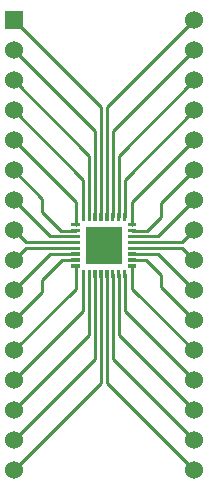
<source format=gbr>
G04 start of page 2 for group 0 idx 0 *
G04 Title: (unknown), top *
G04 Creator: pcb 1.99z *
G04 CreationDate: Fri Sep 27 15:25:09 2013 UTC *
G04 For: tim *
G04 Format: Gerber/RS-274X *
G04 PCB-Dimensions (mil): 810.00 1660.00 *
G04 PCB-Coordinate-Origin: lower left *
%MOIN*%
%FSLAX25Y25*%
%LNTOP*%
%ADD17C,0.0380*%
%ADD16C,0.0200*%
%ADD15C,0.0360*%
%ADD14R,0.0110X0.0110*%
%ADD13C,0.0001*%
%ADD12C,0.0600*%
%ADD11C,0.0100*%
G54D11*X41984Y126484D02*X71000Y155500D01*
X43952Y118452D02*X71000Y145500D01*
X45921Y110421D02*X71000Y135500D01*
X47889Y102389D02*X71000Y125500D01*
X36079Y110421D02*X11000Y135500D01*
X34111Y102389D02*X11000Y125500D01*
X40016Y126484D02*X11000Y155500D01*
X38048Y118452D02*X11000Y145500D01*
X40016Y89948D02*Y126484D01*
X38048Y89948D02*Y118452D01*
X36079Y89948D02*Y110421D01*
X34111Y89948D02*Y102389D01*
X31552Y87389D02*Y94948D01*
X11000Y115500D01*
X20500Y96000D02*X11000Y105500D01*
X20500Y91500D02*Y96000D01*
X41984Y34516D02*X71000Y5500D01*
X43952Y42548D02*X71000Y15500D01*
X45921Y50579D02*X71000Y25500D01*
X47889Y58611D02*X71000Y35500D01*
X50448Y66052D02*X71000Y45500D01*
X43952Y71052D02*Y42548D01*
X45921Y71052D02*Y50579D01*
X47889Y71052D02*Y58611D01*
X50448Y73611D02*Y66052D01*
X58952Y77548D02*X71000Y65500D01*
X60000Y70500D02*Y66500D01*
X50448Y75579D02*X54921D01*
X60000Y70500D01*
Y66500D02*X71000Y55500D01*
X41984Y89948D02*Y126484D01*
X43952Y89948D02*Y118452D01*
X45921Y89948D02*Y110421D01*
X47889Y89948D02*Y102389D01*
X50448Y87389D02*Y94948D01*
X71000Y115500D01*
X60000Y94500D02*X71000Y105500D01*
X66984Y79516D02*X71000Y75500D01*
X50448Y81484D02*X66984D01*
X50448Y79516D02*X66984D01*
X50448Y77548D02*X58952D01*
X50448Y83452D02*X58952D01*
X50448Y85421D02*X55421D01*
X66984Y81484D02*X71000Y85500D01*
X58952Y83452D02*X71000Y95500D01*
X55421Y85421D02*X60000Y90000D01*
Y94500D01*
X40016Y71052D02*Y34516D01*
X38048Y71052D02*Y42548D01*
X36079Y71052D02*Y50579D01*
X34111Y71052D02*Y58611D01*
X41984Y71052D02*Y34516D01*
X31552Y73611D02*Y66052D01*
X40016Y34516D02*X11000Y5500D01*
X38048Y42548D02*X11000Y15500D01*
X36079Y50579D02*X11000Y25500D01*
X34111Y58611D02*X11000Y35500D01*
X31552Y66052D02*X11000Y45500D01*
X20500Y65000D02*X11000Y55500D01*
X15016Y81484D02*X11000Y85500D01*
X23048Y83452D02*X11000Y95500D01*
X31552Y81484D02*X15016D01*
X31552Y79516D02*X15016D01*
X11000Y75500D01*
X23048Y77548D02*X11000Y65500D01*
X20500Y69000D02*Y65000D01*
X27079Y75579D02*X20500Y69000D01*
X31552Y83452D02*X23048D01*
X31552Y77548D02*X23048D01*
X31552Y75579D02*X27079D01*
X31552Y85421D02*X26579D01*
X20500Y91500D01*
G54D12*X11000Y65500D03*
Y55500D03*
Y45500D03*
Y35500D03*
Y25500D03*
Y15500D03*
Y5500D03*
X71000D03*
Y15500D03*
X11000Y125500D03*
Y115500D03*
Y105500D03*
Y95500D03*
G54D13*G36*
X8000Y158500D02*Y152500D01*
X14000D01*
Y158500D01*
X8000D01*
G37*
G54D12*X11000Y145500D03*
Y135500D03*
Y85500D03*
Y75500D03*
X71000Y25500D03*
Y35500D03*
Y45500D03*
Y55500D03*
Y65500D03*
Y75500D03*
Y85500D03*
Y95500D03*
Y105500D03*
Y115500D03*
Y125500D03*
Y135500D03*
Y145500D03*
Y155500D03*
G54D14*X49622Y73611D02*X51275D01*
X49622Y75579D02*X51275D01*
X49622Y77548D02*X51275D01*
X49622Y79516D02*X51275D01*
X49622Y81484D02*X51275D01*
X40016Y71878D02*Y70225D01*
X41984Y71878D02*Y70225D01*
X43952Y71878D02*Y70225D01*
X45921Y71878D02*Y70225D01*
X34111Y71878D02*Y70225D01*
X36079Y71878D02*Y70225D01*
X38048Y71878D02*Y70225D01*
X47889Y71878D02*Y70225D01*
X49622Y83452D02*X51275D01*
X49622Y85421D02*X51275D01*
X49622Y87389D02*X51275D01*
X47889Y90775D02*Y89122D01*
X45921Y90775D02*Y89122D01*
X43952Y90775D02*Y89122D01*
X41984Y90775D02*Y89122D01*
X40016Y90775D02*Y89122D01*
G54D13*G36*
X34898Y86602D02*Y74398D01*
X47102D01*
Y86602D01*
X34898D01*
G37*
G54D14*X38048Y90775D02*Y89122D01*
X36079Y90775D02*Y89122D01*
X34111Y90775D02*Y89122D01*
X30725Y87389D02*X32378D01*
X30725Y85421D02*X32378D01*
X30725Y83452D02*X32378D01*
X30725Y81484D02*X32378D01*
X30725Y79516D02*X32378D01*
X30725Y77548D02*X32378D01*
X30725Y75579D02*X32378D01*
X30725Y73611D02*X32378D01*
G54D15*X38000Y83500D03*
X44000D03*
Y77500D03*
X38000D03*
G54D16*G54D17*M02*

</source>
